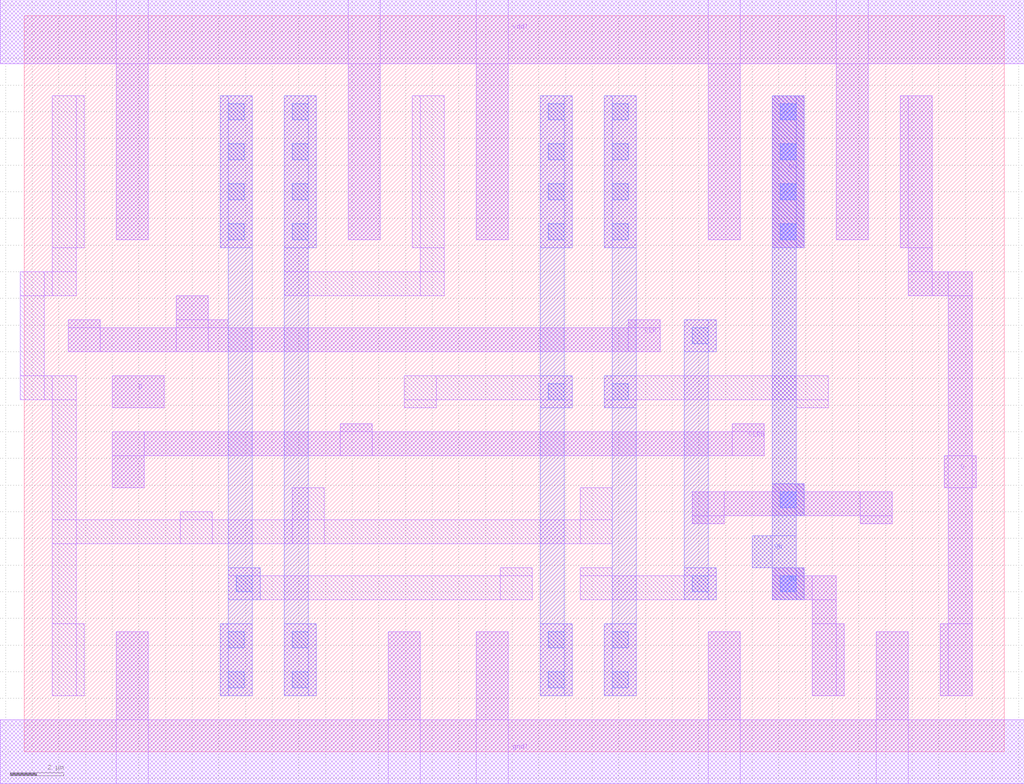
<source format=lef>
###########################
# 
# This is the TechHeader.lef file that contains the 
# technology information for the AMI C5N 0.5 micron 
# CMOS technology (SCN3M_SUBM when using MOSIS)
# 
# Erik Brunvand
###########################

VERSION 5.6 ;

BUSBITCHARS "[]" ;
DIVIDERCHAR "/" ;

PROPERTYDEFINITIONS
  MACRO icVersionStamp STRING ;
  MACRO drcSignature INTEGER ;
  MACRO viewNameList STRING ;
  LIBRARY minWidth REAL 1.5 ;
  LIBRARY PadType STRING "Perimeter" ;
  LIBRARY technology STRING "UofU_AMI_C5N" ;
  LIBRARY model STRING "ami06" ;
  LIBRARY gridResolution REAL 0.15 ;
  LIBRARY minLength REAL 0.6 ;
  LAYER sheetResistance INTEGER ;
END PROPERTYDEFINITIONS

MACRO AOI22X1
  CLASS CORE ;
  ORIGIN 0.3 0 ;
  FOREIGN AOI22X1 -0.3 0 ;
  SIZE 12.6 BY 27.6 ;
  SYMMETRY X Y ;
  SITE core ;
  PIN gnd!
    DIRECTION INOUT ;
    USE GROUND ;
    PORT
      LAYER metal1 ;
        RECT 7.8 -1.2 9 4.5 ;
        RECT -1.2 -1.2 13.2 1.2 ;
    END
  END gnd!
  PIN vdd!
    DIRECTION INOUT ;
    USE POWER ;
    PORT
      LAYER metal1 ;
        RECT 5.4 19.2 6.6 28.2 ;
        RECT -1.2 25.8 13.2 28.2 ;
    END
  END vdd!
  PIN Y
    DIRECTION OUTPUT ;
    USE SIGNAL ;
    PORT
      LAYER metal1 ;
        RECT 0.6 15.3 1.8 24.6 ;
        RECT 3 11.25 4.2 16.5 ;
        RECT 0.6 15.3 11.4 16.5 ;
        RECT 10.2 15.3 11.4 24.6 ;
    END
  END Y
  PIN C
    DIRECTION INPUT ;
    USE SIGNAL ;
    PORT
      LAYER metal1 ;
        RECT 0.6 12.9 1.8 14.1 ;
    END
  END C
  PIN A
    DIRECTION INPUT ;
    USE SIGNAL ;
    PORT
      LAYER metal1 ;
        RECT 5.4 12.9 6.6 14.1 ;
    END
  END A
  PIN B
    DIRECTION INPUT ;
    USE SIGNAL ;
    PORT
      LAYER metal1 ;
        RECT 7.8 9.9 9 11.1 ;
    END
  END B
  PIN D
    DIRECTION INPUT ;
    USE SIGNAL ;
    PORT
      LAYER metal1 ;
        RECT 10.2 12.9 11.4 14.1 ;
    END
  END D
  OBS
    LAYER metal1 ;
      RECT 0.6 12.9 1.8 14.1 ;
      RECT 3 2.1 4.2 8.25 ;
      RECT 5.4 12.9 6.6 14.1 ;
      RECT 5.4 2.1 6.6 4.8 ;
      RECT 3 17.4 9 18.3 ;
      RECT 3 17.4 4.2 24.6 ;
      RECT 7.8 17.4 9 24.6 ;
      RECT 7.8 9.9 9 11.1 ;
      RECT 3 11.25 4.2 16.5 ;
      RECT 0.6 15.3 11.4 16.5 ;
      RECT 0.6 15.3 1.8 24.6 ;
      RECT 10.2 15.3 11.4 24.6 ;
      RECT 10.2 12.9 11.4 14.1 ;
      RECT 10.2 2.1 11.4 9 ;
      RECT 5.7 7.95 11.4 9 ;
      RECT 0.6 2.1 1.8 10.05 ;
      RECT 5.7 7.95 6.6 10.05 ;
      RECT 0.6 9.15 6.6 10.05 ;
      RECT 5.4 19.2 6.6 28.2 ;
      RECT -1.2 25.8 13.2 28.2 ;
      RECT -1.2 -1.2 13.2 1.2 ;
      RECT 7.8 -1.2 9 4.5 ;
  END
  PROPERTY drcSignature 14016396 ;
END AOI22X1

MACRO BUFX4
  CLASS CORE ;
  ORIGIN 0.3 0 ;
  FOREIGN BUFX4 -0.3 0 ;
  SIZE 7.8 BY 27.6 ;
  SYMMETRY X Y ;
  SITE core ;
  PIN A
    DIRECTION INPUT ;
    USE SIGNAL ;
    PORT
      LAYER metal1 ;
        RECT 0.6 9.9 1.8 11.1 ;
        RECT 0.9 4.5 1.8 20.7 ;
        RECT 0.9 4.5 2.1 5.7 ;
        RECT 0.9 19.5 2.1 20.7 ;
    END
  END A
  PIN Y
    DIRECTION OUTPUT ;
    USE SIGNAL ;
    PORT
      LAYER metal1 ;
        RECT 5.4 2.1 6.6 24.6 ;
    END
  END Y
  PIN vdd!
    DIRECTION INOUT ;
    USE POWER ;
    PORT
      LAYER metal1 ;
        RECT 3 13.2 4.2 28.2 ;
        RECT -1.2 25.8 8.4 28.2 ;
    END
  END vdd!
  PIN gnd!
    DIRECTION INOUT ;
    USE GROUND ;
    PORT
      LAYER metal1 ;
        RECT 3 -1.2 4.2 7.5 ;
        RECT -1.2 -1.2 8.4 1.2 ;
    END
  END gnd!
  OBS
    LAYER metal1 ;
      RECT -1.2 21.9 1.8 23.1 ;
      RECT 0.6 21.9 1.8 24.6 ;
      RECT -1.2 2.1 1.8 3.3 ;
      RECT 0.9 4.5 2.1 5.7 ;
      RECT 0.6 9.9 1.8 11.1 ;
      RECT 0.9 4.5 1.8 20.7 ;
      RECT 0.9 19.5 2.1 20.7 ;
      RECT 5.4 2.1 6.6 24.6 ;
      RECT 3 13.2 4.2 28.2 ;
      RECT -1.2 25.8 8.4 28.2 ;
      RECT -1.2 -1.2 8.4 1.2 ;
      RECT 3 -1.2 4.2 7.5 ;
  END
  PROPERTY drcSignature 14016396 ;
END BUFX4

MACRO BUFX8
  CLASS CORE ;
  ORIGIN 5.4 0 ;
  FOREIGN BUFX8 -5.4 0 ;
  SIZE 10.5 BY 27.6 ;
  SYMMETRY X Y ;
  SITE core ;
  PIN A
    DIRECTION INPUT ;
    USE SIGNAL ;
    PORT
      LAYER metal1 ;
        RECT -6.6 9.9 -5.4 11.1 ;
    END
  END A
  PIN Y
    DIRECTION OUTPUT ;
    USE SIGNAL ;
    PORT
      LAYER metal1 ;
        RECT 0.6 2.1 1.8 24.6 ;
    END
  END Y
  PIN vdd!
    DIRECTION INOUT ;
    USE POWER ;
    PORT
      LAYER metal1 ;
        RECT -1.8 13.2 -0.6 28.5 ;
        RECT 3 13.2 4.2 28.5 ;
        RECT -6 25.5 6 28.5 ;
    END
  END vdd!
  PIN gnd!
    DIRECTION INOUT ;
    USE GROUND ;
    PORT
      LAYER metal1 ;
        RECT -1.8 -1.2 -0.6 7.5 ;
        RECT 3 -1.2 4.2 7.5 ;
        RECT -6 -1.2 6 1.2 ;
    END
  END gnd!
  OBS
    LAYER metal1 ;
      RECT -6.6 9.9 -5.4 11.1 ;
      RECT -4.2 9.9 -0.3 11.1 ;
      RECT -4.2 2.1 -3 24.6 ;
      RECT 0.6 2.1 1.8 24.6 ;
      RECT -1.8 13.2 -0.6 28.5 ;
      RECT 3 13.2 4.2 28.5 ;
      RECT -6 25.5 6 28.5 ;
      RECT -6 -1.2 6 1.2 ;
      RECT -1.8 -1.2 -0.6 7.5 ;
      RECT 3 -1.2 4.2 7.5 ;
  END
  PROPERTY drcSignature 14016396 ;
END BUFX8

MACRO Dff2
  CLASS CORE ;
  ORIGIN 0.3 0 ;
  FOREIGN Dff2 -0.3 0 ;
  SIZE 36.75 BY 27.6 ;
  SYMMETRY X Y ;
  SITE core ;
  PIN vdd!
    DIRECTION INOUT ;
    USE POWER ;
    PORT
      LAYER metal1 ;
        RECT 3.15 19.2 4.35 28.2 ;
        RECT 11.85 19.2 13.05 28.2 ;
        RECT 16.65 19.2 17.85 28.2 ;
        RECT 25.35 19.2 26.55 28.2 ;
        RECT 30.15 19.2 31.35 28.2 ;
        RECT -1.2 25.8 37.2 28.2 ;
    END
  END vdd!
  PIN gnd!
    DIRECTION INOUT ;
    USE GROUND ;
    PORT
      LAYER metal1 ;
        RECT 3.15 -1.2 4.35 4.5 ;
        RECT 13.35 -1.2 14.55 4.5 ;
        RECT 16.65 -1.2 17.85 4.5 ;
        RECT 25.35 -1.2 26.55 4.5 ;
        RECT 31.65 -1.2 32.85 4.5 ;
        RECT -1.2 -1.2 37.2 1.2 ;
    END
  END gnd!
  PIN Q
    DIRECTION OUTPUT ;
    USE SIGNAL ;
    PORT
      LAYER metal1 ;
        RECT 32.85 17.1 33.75 24.6 ;
        RECT 32.55 18.9 33.75 24.6 ;
        RECT 34.05 2.1 35.25 4.8 ;
        RECT 34.35 2.1 35.25 18 ;
        RECT 32.85 17.1 35.25 18 ;
        RECT 34.2 9.9 35.4 11.1 ;
    END
  END Q
  PIN Qb
    DIRECTION OUTPUT ;
    USE SIGNAL ;
    PORT
      LAYER via ;
        RECT 28.05 23.7 28.65 24.3 ;
        RECT 28.05 22.2 28.65 22.8 ;
        RECT 28.05 20.7 28.65 21.3 ;
        RECT 28.05 19.2 28.65 19.8 ;
        RECT 28.05 9.15 28.65 9.75 ;
        RECT 28.05 6 28.65 6.6 ;
      LAYER metal1 ;
        RECT 24.75 8.85 32.25 9.75 ;
        RECT 31.05 8.55 32.25 9.75 ;
        RECT 27.75 8.85 28.95 10.05 ;
        RECT 24.75 8.55 25.95 9.75 ;
        RECT 29.25 2.1 30.45 4.8 ;
        RECT 27.75 5.7 30.15 6.6 ;
        RECT 29.25 2.1 30.15 6.6 ;
        RECT 27.75 5.7 28.95 6.9 ;
        RECT 27.75 18.9 28.95 24.6 ;
      LAYER metal2 ;
        RECT 27.75 18.9 28.95 24.6 ;
        RECT 27.75 8.85 28.95 10.05 ;
        RECT 27.75 5.7 28.95 6.9 ;
        RECT 27.75 5.7 28.65 24.6 ;
        RECT 27 6.9 28.65 8.1 ;
    END
  END Qb
  PIN D
    DIRECTION INPUT ;
    USE SIGNAL ;
    PORT
      LAYER metal1 ;
        RECT 3 12.9 4.95 14.1 ;
    END
  END D
  PIN CLK
    DIRECTION INPUT ;
    USE CLOCK ;
    PORT
      LAYER metal1 ;
        RECT 1.35 15 2.55 16.2 ;
        RECT 5.4 15 6.6 17.1 ;
        RECT 5.4 15 7.35 16.2 ;
        RECT 1.35 15 23.55 15.9 ;
        RECT 22.35 15 23.55 16.2 ;
    END
  END CLK
  PIN CLRb
    DIRECTION INPUT ;
    USE SIGNAL ;
    PORT
      LAYER metal1 ;
        RECT 3 9.9 4.2 12 ;
        RECT 11.55 11.1 12.75 12.3 ;
        RECT 3 11.1 27.45 12 ;
        RECT 26.25 11.1 27.45 12.3 ;
    END
  END CLRb
  OBS
    LAYER metal1 ;
      RECT 3 12.9 4.95 14.1 ;
      RECT 7.05 18.9 8.25 24.6 ;
      RECT 7.05 2.1 8.25 4.8 ;
      RECT 9.45 2.1 10.65 4.8 ;
      RECT 9.45 17.1 15.45 18 ;
      RECT 9.45 17.1 10.35 24.6 ;
      RECT 9.45 18.9 10.65 24.6 ;
      RECT 14.55 17.1 15.45 24.6 ;
      RECT 14.25 18.9 15.45 24.6 ;
      RECT 7.35 5.7 18.75 6.6 ;
      RECT 7.35 5.7 8.55 6.9 ;
      RECT 17.55 5.7 18.75 6.9 ;
      RECT 19.05 18.9 20.25 24.6 ;
      RECT 13.95 12.9 15.15 14.1 ;
      RECT 19.05 12.9 20.25 14.1 ;
      RECT 13.95 13.2 20.25 14.1 ;
      RECT 19.05 2.1 20.25 4.8 ;
      RECT 0.75 2.1 1.95 4.8 ;
      RECT 0.75 7.8 21.75 8.7 ;
      RECT 5.55 7.8 6.75 9 ;
      RECT 9.75 7.8 10.95 9.9 ;
      RECT 20.55 7.8 21.75 9.9 ;
      RECT 0.75 2.1 1.65 14.1 ;
      RECT -0.45 13.2 1.65 14.1 ;
      RECT -0.45 13.2 0.45 18 ;
      RECT -0.45 17.1 1.65 18 ;
      RECT 0.75 17.1 1.65 24.6 ;
      RECT 0.75 18.9 1.95 24.6 ;
      RECT 21.45 18.9 22.65 24.6 ;
      RECT 21.45 2.1 22.65 4.8 ;
      RECT 1.35 15 23.55 15.9 ;
      RECT 1.35 15 2.55 16.2 ;
      RECT 5.4 15 7.35 16.2 ;
      RECT 22.35 15 23.55 16.2 ;
      RECT 5.4 15 6.6 17.1 ;
      RECT 24.45 15 25.65 16.2 ;
      RECT 20.55 5.7 25.65 6.6 ;
      RECT 20.55 5.7 21.75 6.9 ;
      RECT 24.45 5.7 25.65 6.9 ;
      RECT 3 9.9 4.2 12 ;
      RECT 3 11.1 27.45 12 ;
      RECT 11.55 11.1 12.75 12.3 ;
      RECT 26.25 11.1 27.45 12.3 ;
      RECT 27.75 18.9 28.95 24.6 ;
      RECT 21.45 12.9 22.65 14.1 ;
      RECT 28.65 12.9 29.85 14.1 ;
      RECT 21.45 13.2 29.85 14.1 ;
      RECT 29.25 2.1 30.45 4.8 ;
      RECT 29.25 2.1 30.15 6.6 ;
      RECT 27.75 5.7 30.15 6.6 ;
      RECT 27.75 5.7 28.95 6.9 ;
      RECT 24.75 8.55 25.95 9.75 ;
      RECT 31.05 8.55 32.25 9.75 ;
      RECT 24.75 8.85 32.25 9.75 ;
      RECT 27.75 8.85 28.95 10.05 ;
      RECT 34.05 2.1 35.25 4.8 ;
      RECT 34.2 9.9 35.4 11.1 ;
      RECT 34.35 2.1 35.25 18 ;
      RECT 32.85 17.1 35.25 18 ;
      RECT 32.85 17.1 33.75 24.6 ;
      RECT 32.55 18.9 33.75 24.6 ;
      RECT 3.15 19.2 4.35 28.2 ;
      RECT 11.85 19.2 13.05 28.2 ;
      RECT 16.65 19.2 17.85 28.2 ;
      RECT 25.35 19.2 26.55 28.2 ;
      RECT 30.15 19.2 31.35 28.2 ;
      RECT -1.2 25.8 37.2 28.2 ;
      RECT -1.2 -1.2 37.2 1.2 ;
      RECT 3.15 -1.2 4.35 4.5 ;
      RECT 13.35 -1.2 14.55 4.5 ;
      RECT 16.65 -1.2 17.85 4.5 ;
      RECT 25.35 -1.2 26.55 4.5 ;
      RECT 31.65 -1.2 32.85 4.5 ;
    LAYER metal2 ;
      RECT 7.05 2.1 8.25 4.8 ;
      RECT 7.35 5.7 8.55 6.9 ;
      RECT 7.35 2.1 8.25 24.6 ;
      RECT 7.05 18.9 8.25 24.6 ;
      RECT 9.45 2.1 10.65 4.8 ;
      RECT 9.45 2.1 10.35 24.6 ;
      RECT 9.45 18.9 10.65 24.6 ;
      RECT 19.05 2.1 20.25 4.8 ;
      RECT 19.05 12.9 20.25 14.1 ;
      RECT 19.05 2.1 19.95 24.6 ;
      RECT 19.05 18.9 20.25 24.6 ;
      RECT 21.45 2.1 22.65 4.8 ;
      RECT 21.45 12.9 22.65 14.1 ;
      RECT 21.75 2.1 22.65 24.6 ;
      RECT 21.45 18.9 22.65 24.6 ;
      RECT 24.45 5.7 25.65 6.9 ;
      RECT 24.45 5.7 25.35 16.2 ;
      RECT 24.45 15 25.65 16.2 ;
      RECT 27.75 5.7 28.95 6.9 ;
      RECT 27 6.9 28.65 8.1 ;
      RECT 27.75 8.85 28.95 10.05 ;
      RECT 27.75 5.7 28.65 24.6 ;
      RECT 27.75 18.9 28.95 24.6 ;
    LAYER via ;
      RECT 7.35 23.7 7.95 24.3 ;
      RECT 7.35 22.2 7.95 22.8 ;
      RECT 7.35 20.7 7.95 21.3 ;
      RECT 7.35 19.2 7.95 19.8 ;
      RECT 7.35 3.9 7.95 4.5 ;
      RECT 7.35 2.4 7.95 3 ;
      RECT 7.65 6 8.25 6.6 ;
      RECT 9.75 23.7 10.35 24.3 ;
      RECT 9.75 22.2 10.35 22.8 ;
      RECT 9.75 20.7 10.35 21.3 ;
      RECT 9.75 19.2 10.35 19.8 ;
      RECT 9.75 3.9 10.35 4.5 ;
      RECT 9.75 2.4 10.35 3 ;
      RECT 19.35 23.7 19.95 24.3 ;
      RECT 19.35 22.2 19.95 22.8 ;
      RECT 19.35 20.7 19.95 21.3 ;
      RECT 19.35 19.2 19.95 19.8 ;
      RECT 19.35 13.2 19.95 13.8 ;
      RECT 19.35 3.9 19.95 4.5 ;
      RECT 19.35 2.4 19.95 3 ;
      RECT 21.75 23.7 22.35 24.3 ;
      RECT 21.75 22.2 22.35 22.8 ;
      RECT 21.75 20.7 22.35 21.3 ;
      RECT 21.75 19.2 22.35 19.8 ;
      RECT 21.75 13.2 22.35 13.8 ;
      RECT 21.75 3.9 22.35 4.5 ;
      RECT 21.75 2.4 22.35 3 ;
      RECT 24.75 15.3 25.35 15.9 ;
      RECT 24.75 6 25.35 6.6 ;
      RECT 28.05 23.7 28.65 24.3 ;
      RECT 28.05 22.2 28.65 22.8 ;
      RECT 28.05 20.7 28.65 21.3 ;
      RECT 28.05 19.2 28.65 19.8 ;
      RECT 28.05 9.15 28.65 9.75 ;
      RECT 28.05 6 28.65 6.6 ;
  END
  PROPERTY drcSignature 14016396 ;
END Dff2

MACRO FILL1
  CLASS CORE ;
  ORIGIN 0.3 0 ;
  FOREIGN FILL1 -0.3 0 ;
  SIZE 3 BY 27.6 ;
  SYMMETRY X Y ;
  SITE core ;
  PIN vdd!
    DIRECTION INOUT ;
    USE POWER ;
    PORT
      LAYER metal1 ;
        RECT -1.2 25.8 3.6 28.2 ;
    END
  END vdd!
  PIN gnd!
    DIRECTION INOUT ;
    USE GROUND ;
    PORT
      LAYER metal1 ;
        RECT -1.2 -1.2 3.6 1.2 ;
    END
  END gnd!
  OBS
    LAYER metal1 ;
      RECT -1.2 25.8 3.6 28.2 ;
      RECT -1.2 -1.2 3.6 1.2 ;
  END
  PROPERTY drcSignature 14016396 ;
END FILL1

MACRO FILL4
  CLASS CORE ;
  ORIGIN 0.3 0 ;
  FOREIGN FILL4 -0.3 0 ;
  SIZE 10.2 BY 27.6 ;
  SYMMETRY X Y ;
  SITE core ;
  PIN gnd!
    DIRECTION INOUT ;
    USE GROUND ;
    PORT
      LAYER metal1 ;
        RECT -1.2 -1.2 10.8 1.2 ;
    END
  END gnd!
  PIN vdd!
    DIRECTION INOUT ;
    USE POWER ;
    PORT
      LAYER metal1 ;
        RECT -1.2 25.8 10.8 28.2 ;
    END
  END vdd!
  OBS
    LAYER metal1 ;
      RECT -1.2 25.8 10.8 28.2 ;
      RECT -1.2 -1.2 10.8 1.2 ;
  END
  PROPERTY drcSignature 14016396 ;
END FILL4

MACRO FILL8
  CLASS CORE ;
  ORIGIN 0.3 0 ;
  FOREIGN FILL8 -0.3 0 ;
  SIZE 19.8 BY 27.6 ;
  SYMMETRY X Y ;
  SITE core ;
  PIN gnd!
    DIRECTION INOUT ;
    USE GROUND ;
    PORT
      LAYER metal1 ;
        RECT -1.2 -1.2 20.4 1.2 ;
    END
  END gnd!
  PIN vdd!
    DIRECTION INOUT ;
    USE POWER ;
    PORT
      LAYER metal1 ;
        RECT -1.2 25.8 20.4 28.2 ;
    END
  END vdd!
  OBS
    LAYER metal1 ;
      RECT -1.2 25.8 20.4 28.2 ;
      RECT -1.2 -1.2 20.4 1.2 ;
  END
  PROPERTY drcSignature 14016396 ;
END FILL8

MACRO INV1
  CLASS CORE ;
  ORIGIN 2.55 0 ;
  FOREIGN INV1 -2.55 0 ;
  SIZE 5.4 BY 27.6 ;
  SYMMETRY X Y ;
  SITE core ;
  PIN gnd!
    DIRECTION OUTPUT ;
    USE GROUND ;
    PORT
      LAYER metal1 ;
        RECT -1.65 -1.2 -0.45 3.75 ;
        RECT -3.45 -1.2 3.75 1.2 ;
    END
  END gnd!
  PIN vdd!
    DIRECTION OUTPUT ;
    USE POWER ;
    PORT
      LAYER metal1 ;
        RECT -1.65 20.4 -0.45 28.5 ;
        RECT -3.45 25.5 3.75 28.5 ;
    END
  END vdd!
  PIN Y
    DIRECTION OUTPUT ;
    USE SIGNAL ;
    PORT
      LAYER metal1 ;
        RECT 0.75 2.85 1.95 22.8 ;
    END
  END Y
  PIN A
    DIRECTION INPUT ;
    USE SIGNAL ;
    PORT
      LAYER metal1 ;
        RECT -1.35 8.1 -0.15 9.3 ;
    END
  END A
  OBS
    LAYER metal1 ;
      RECT -1.35 8.1 -0.15 9.3 ;
      RECT 0.75 2.85 1.95 22.8 ;
      RECT -1.65 20.4 -0.45 28.5 ;
      RECT -3.45 25.5 3.75 28.5 ;
      RECT -3.45 -1.2 3.75 1.2 ;
      RECT -1.65 -1.2 -0.45 3.75 ;
  END
  PROPERTY drcSignature 14016396 ;
END INV1

MACRO INVX2
  CLASS CORE ;
  ORIGIN 0.3 0 ;
  FOREIGN INVX2 -0.3 0 ;
  SIZE 5.4 BY 27.6 ;
  SYMMETRY X Y ;
  SITE core ;
  PIN A
    DIRECTION INPUT ;
    USE SIGNAL ;
    PORT
      LAYER metal1 ;
        RECT 0.6 9.9 1.8 11.1 ;
    END
  END A
  PIN Y
    DIRECTION OUTPUT ;
    USE SIGNAL ;
    PORT
      LAYER metal1 ;
        RECT 3 2.1 4.2 24.6 ;
    END
  END Y
  PIN vdd!
    DIRECTION INOUT ;
    USE POWER ;
    PORT
      LAYER metal1 ;
        RECT 0.6 19.2 1.8 28.2 ;
        RECT -1.2 25.8 6 28.2 ;
    END
  END vdd!
  PIN gnd!
    DIRECTION INOUT ;
    USE GROUND ;
    PORT
      LAYER metal1 ;
        RECT 0.6 -1.2 1.8 4.5 ;
        RECT -1.2 -1.2 6 1.2 ;
    END
  END gnd!
  OBS
    LAYER metal1 ;
      RECT 0.6 9.9 1.8 11.1 ;
      RECT 3 2.1 4.2 24.6 ;
      RECT 0.6 19.2 1.8 28.2 ;
      RECT -1.2 25.8 6 28.2 ;
      RECT -1.2 -1.2 6 1.2 ;
      RECT 0.6 -1.2 1.8 4.5 ;
  END
  PROPERTY drcSignature 14016396 ;
END INVX2

MACRO INVX4
  CLASS CORE ;
  ORIGIN 0.3 0 ;
  FOREIGN INVX4 -0.3 0 ;
  SIZE 5.4 BY 27.6 ;
  SYMMETRY X Y ;
  SITE core ;
  PIN A
    DIRECTION INPUT ;
    USE SIGNAL ;
    PORT
      LAYER metal1 ;
        RECT 0.6 9.9 1.8 11.1 ;
    END
  END A
  PIN Y
    DIRECTION OUTPUT ;
    USE SIGNAL ;
    PORT
      LAYER metal1 ;
        RECT 3 2.1 4.2 24.6 ;
    END
  END Y
  PIN vdd!
    DIRECTION INOUT ;
    USE POWER ;
    PORT
      LAYER metal1 ;
        RECT 0.6 13.2 1.8 28.2 ;
        RECT -1.2 25.8 6 28.2 ;
    END
  END vdd!
  PIN gnd!
    DIRECTION INOUT ;
    USE GROUND ;
    PORT
      LAYER metal1 ;
        RECT 0.6 -1.2 1.8 7.5 ;
        RECT -1.2 -1.2 6 1.2 ;
    END
  END gnd!
  OBS
    LAYER metal1 ;
      RECT 0.6 9.9 1.8 11.1 ;
      RECT 3 2.1 4.2 24.6 ;
      RECT 0.6 13.2 1.8 28.2 ;
      RECT -1.2 25.8 6 28.2 ;
      RECT -1.2 -1.2 6 1.2 ;
      RECT 0.6 -1.2 1.8 7.5 ;
  END
  PROPERTY drcSignature 14016396 ;
END INVX4

MACRO INVX8
  CLASS CORE ;
  ORIGIN 5.1 0 ;
  FOREIGN INVX8 -5.1 0 ;
  SIZE 10.2 BY 27.6 ;
  SYMMETRY X Y ;
  SITE core ;
  PIN gnd!
    DIRECTION INOUT ;
    USE GROUND ;
    PORT
      LAYER metal1 ;
        RECT -3 -1.2 -1.8 7.5 ;
        RECT 1.8 -1.2 3 7.5 ;
        RECT -6 -1.2 6 1.2 ;
    END
  END gnd!
  PIN vdd!
    DIRECTION INOUT ;
    USE POWER ;
    PORT
      LAYER metal1 ;
        RECT -3 13.2 -1.8 28.5 ;
        RECT 1.8 13.2 3 28.5 ;
        RECT -6 25.5 6 28.5 ;
    END
  END vdd!
  PIN A
    DIRECTION INPUT ;
    USE SIGNAL ;
    PORT
      LAYER metal1 ;
        RECT -2.7 9.9 -1.5 11.1 ;
    END
  END A
  PIN Y
    DIRECTION OUTPUT ;
    USE SIGNAL ;
    PORT
      LAYER metal1 ;
        RECT -0.6 2.1 0.6 24.6 ;
    END
  END Y
  OBS
    LAYER metal1 ;
      RECT -2.7 9.9 -1.5 11.1 ;
      RECT -0.6 2.1 0.6 24.6 ;
      RECT -3 13.2 -1.8 28.5 ;
      RECT 1.8 13.2 3 28.5 ;
      RECT -6 25.5 6 28.5 ;
      RECT -6 -1.2 6 1.2 ;
      RECT -3 -1.2 -1.8 7.5 ;
      RECT 1.8 -1.2 3 7.5 ;
  END
  PROPERTY drcSignature 14016396 ;
END INVX8

MACRO MUX2X1
  CLASS CORE ;
  ORIGIN 0.3 0 ;
  FOREIGN MUX2X1 -0.3 0 ;
  SIZE 12.6 BY 27.6 ;
  SYMMETRY X Y ;
  SITE core ;
  PIN A
    DIRECTION INPUT ;
    USE SIGNAL ;
    PORT
      LAYER via ;
        RECT 10.5 22.2 11.1 22.8 ;
        RECT 10.5 9.3 11.1 9.9 ;
      LAYER metal1 ;
        RECT 5.4 9 11.4 10.2 ;
        RECT 5.4 2.55 6.6 10.2 ;
        RECT 0.3 6.9 6.6 8.1 ;
        RECT 10.2 21.9 11.4 24.6 ;
      LAYER metal2 ;
        RECT 10.2 9 11.4 23.1 ;
    END
  END A
  PIN Y
    DIRECTION OUTPUT ;
    USE SIGNAL ;
    PORT
      LAYER via ;
        RECT 8.1 22.5 8.7 23.1 ;
        RECT 8.1 19.2 8.7 19.8 ;
        RECT 8.1 7.2 8.7 7.8 ;
      LAYER metal1 ;
        RECT 7.8 2.4 9 8.1 ;
        RECT 7.8 18.9 9 20.1 ;
        RECT 7.8 22.2 9 24.9 ;
      LAYER metal2 ;
        RECT 7.8 6.9 9 23.4 ;
    END
  END Y
  PIN B
    DIRECTION INPUT ;
    USE SIGNAL ;
    PORT
      LAYER via ;
        RECT 5.7 19.2 6.3 19.8 ;
        RECT 10.5 5.1 11.1 5.7 ;
      LAYER metal1 ;
        RECT 10.2 2.7 11.4 6 ;
        RECT 5.4 18.9 6.6 24.6 ;
        RECT 0.45 18.9 6.6 20.1 ;
      LAYER metal2 ;
        RECT 5.4 4.8 11.4 6 ;
        RECT 5.4 4.8 6.6 20.1 ;
    END
  END B
  PIN gnd!
    DIRECTION INOUT ;
    USE GROUND ;
    PORT
      LAYER metal1 ;
        RECT 0.6 -1.2 1.8 3.6 ;
        RECT -1.2 -1.2 13.2 1.2 ;
    END
  END gnd!
  PIN vdd!
    DIRECTION INOUT ;
    USE POWER ;
    PORT
      LAYER metal1 ;
        RECT 0.6 22.2 1.8 27.6 ;
        RECT -0.6 26.4 12.6 27.6 ;
    END
  END vdd!
  PIN S
    DIRECTION INPUT ;
    USE SIGNAL ;
    PORT
      LAYER metal1 ;
        RECT 0.9 15.9 7.8 17.1 ;
    END
  END S
  OBS
    LAYER metal1 ;
      RECT 3 21.9 4.2 24.6 ;
      RECT 3 2.7 4.2 3.9 ;
      RECT 0.45 18.9 6.6 20.1 ;
      RECT 5.4 18.9 6.6 24.6 ;
      RECT 0.9 15.9 7.8 17.1 ;
      RECT 7.8 22.2 9 24.9 ;
      RECT 7.8 18.9 9 20.1 ;
      RECT 7.8 2.4 9 8.1 ;
      RECT 3 13.8 10.2 15 ;
      RECT 10.2 21.9 11.4 24.6 ;
      RECT 0.3 6.9 6.6 8.1 ;
      RECT 5.4 2.55 6.6 10.2 ;
      RECT 5.4 9 11.4 10.2 ;
      RECT 10.2 2.7 11.4 6 ;
      RECT 0.6 22.2 1.8 27.6 ;
      RECT -0.6 26.4 12.6 27.6 ;
      RECT -1.2 -1.2 13.2 1.2 ;
      RECT 0.6 -1.2 1.8 3.6 ;
    LAYER metal2 ;
      RECT 3 2.7 4.2 23.1 ;
      RECT 7.8 6.9 9 23.4 ;
      RECT 10.2 9 11.4 23.1 ;
      RECT 5.4 4.8 11.4 6 ;
      RECT 5.4 4.8 6.6 20.1 ;
    LAYER via ;
      RECT 3.3 22.2 3.9 22.8 ;
      RECT 3.3 14.1 3.9 14.7 ;
      RECT 3.3 3 3.9 3.6 ;
      RECT 5.7 19.2 6.3 19.8 ;
      RECT 8.1 22.5 8.7 23.1 ;
      RECT 8.1 19.2 8.7 19.8 ;
      RECT 8.1 7.2 8.7 7.8 ;
      RECT 10.5 22.2 11.1 22.8 ;
      RECT 10.5 9.3 11.1 9.9 ;
      RECT 10.5 5.1 11.1 5.7 ;
  END
  PROPERTY drcSignature 14016396 ;
END MUX2X1

MACRO MUX2X1_alt
  CLASS CORE ;
  ORIGIN 0.3 0 ;
  FOREIGN MUX2X1_alt -0.3 0 ;
  SIZE 12.6 BY 27.6 ;
  SYMMETRY X Y ;
  SITE core ;
  PIN A
    DIRECTION INPUT ;
    USE SIGNAL ;
    PORT
      LAYER metal1 ;
        RECT 10.2 2.7 11.4 24.6 ;
    END
  END A
  PIN Y
    DIRECTION OUTPUT ;
    USE SIGNAL ;
    PORT
      LAYER metal1 ;
        RECT 7.8 2.7 9 24.6 ;
    END
  END Y
  PIN B
    DIRECTION INPUT ;
    USE SIGNAL ;
    PORT
      LAYER metal1 ;
        RECT 5.4 2.7 6.6 24.6 ;
    END
  END B
  PIN gnd!
    DIRECTION INOUT ;
    USE GROUND ;
    PORT
      LAYER metal1 ;
        RECT 0.6 -1.2 1.8 3.6 ;
        RECT -1.2 -1.2 13.2 1.2 ;
    END
  END gnd!
  PIN vdd!
    DIRECTION INOUT ;
    USE POWER ;
    PORT
      LAYER metal1 ;
        RECT 0.6 22.2 1.8 28.2 ;
        RECT -1.2 25.8 13.2 28.2 ;
    END
  END vdd!
  PIN S
    DIRECTION INPUT ;
    USE SIGNAL ;
    PORT
      LAYER metal1 ;
        RECT 0.6 9.9 1.8 11.1 ;
    END
  END S
  OBS
    LAYER metal1 ;
      RECT 0.6 9.9 1.8 11.1 ;
      RECT 3 2.7 4.2 24.6 ;
      RECT 5.4 2.7 6.6 24.6 ;
      RECT 7.8 2.7 9 24.6 ;
      RECT 10.2 2.7 11.4 24.6 ;
      RECT 0.6 22.2 1.8 28.2 ;
      RECT -1.2 25.8 13.2 28.2 ;
      RECT -1.2 -1.2 13.2 1.2 ;
      RECT 0.6 -1.2 1.8 3.6 ;
  END
  PROPERTY drcSignature 14016396 ;
END MUX2X1_alt

MACRO NAND2X1
  CLASS CORE ;
  ORIGIN 0.3 0 ;
  FOREIGN NAND2X1 -0.3 0 ;
  SIZE 7.8 BY 27.6 ;
  SYMMETRY X Y ;
  SITE core ;
  PIN vdd!
    DIRECTION INOUT ;
    USE POWER ;
    PORT
      LAYER metal1 ;
        RECT 0.6 22.2 1.8 28.2 ;
        RECT 5.4 22.2 6.6 28.2 ;
        RECT -1.2 25.8 8.4 28.2 ;
    END
  END vdd!
  PIN gnd!
    DIRECTION INOUT ;
    USE GROUND ;
    PORT
      LAYER metal1 ;
        RECT 0.6 -1.2 1.8 4.5 ;
        RECT -1.2 -1.2 8.4 1.2 ;
    END
  END gnd!
  PIN A
    DIRECTION INPUT ;
    USE SIGNAL ;
    PORT
      LAYER metal1 ;
        RECT 0.6 15.9 1.8 17.1 ;
    END
  END A
  PIN B
    DIRECTION INPUT ;
    USE SIGNAL ;
    PORT
      LAYER metal1 ;
        RECT 5.4 9.9 6.6 11.1 ;
    END
  END B
  PIN Y
    DIRECTION OUTPUT ;
    USE SIGNAL ;
    PORT
      LAYER metal1 ;
        RECT 3 5.4 4.2 24.6 ;
        RECT 4.5 2.1 5.7 6.6 ;
        RECT 3 5.4 5.7 6.6 ;
    END
  END Y
  OBS
    LAYER metal1 ;
      RECT 0.6 15.9 1.8 17.1 ;
      RECT 4.5 2.1 5.7 6.6 ;
      RECT 3 5.4 5.7 6.6 ;
      RECT 3 5.4 4.2 24.6 ;
      RECT 5.4 9.9 6.6 11.1 ;
      RECT 0.6 22.2 1.8 28.2 ;
      RECT 5.4 22.2 6.6 28.2 ;
      RECT -1.2 25.8 8.4 28.2 ;
      RECT -1.2 -1.2 8.4 1.2 ;
      RECT 0.6 -1.2 1.8 4.5 ;
  END
  PROPERTY drcSignature 14016396 ;
END NAND2X1

MACRO NAND2X2
  CLASS CORE ;
  ORIGIN 0.3 0 ;
  FOREIGN NAND2X2 -0.3 0 ;
  SIZE 7.95 BY 27.6 ;
  SYMMETRY X Y ;
  SITE core ;
  PIN vdd!
    DIRECTION INOUT ;
    USE POWER ;
    PORT
      LAYER metal1 ;
        RECT 0.6 19.2 1.8 28.2 ;
        RECT 5.4 19.2 6.6 28.2 ;
        RECT -1.2 25.8 8.4 28.2 ;
    END
  END vdd!
  PIN gnd!
    DIRECTION INOUT ;
    USE GROUND ;
    PORT
      LAYER metal1 ;
        RECT 0.6 -1.2 1.8 7.5 ;
        RECT -1.2 -1.2 8.4 1.2 ;
    END
  END gnd!
  PIN A
    DIRECTION INPUT ;
    USE SIGNAL ;
    PORT
      LAYER metal1 ;
        RECT 0.6 15.9 1.8 17.1 ;
    END
  END A
  PIN B
    DIRECTION INPUT ;
    USE SIGNAL ;
    PORT
      LAYER metal1 ;
        RECT 5.1 15.9 6.3 17.1 ;
    END
  END B
  PIN Y
    DIRECTION OUTPUT ;
    USE SIGNAL ;
    PORT
      LAYER metal1 ;
        RECT 3 12.9 4.2 24.6 ;
        RECT 4.5 2.1 5.7 14.1 ;
        RECT 3 12.9 5.7 14.1 ;
    END
  END Y
  OBS
    LAYER metal1 ;
      RECT 0.6 15.9 1.8 17.1 ;
      RECT 4.5 2.1 5.7 14.1 ;
      RECT 3 12.9 5.7 14.1 ;
      RECT 3 12.9 4.2 24.6 ;
      RECT 5.1 15.9 6.3 17.1 ;
      RECT 0.6 19.2 1.8 28.2 ;
      RECT 5.4 19.2 6.6 28.2 ;
      RECT -1.2 25.8 8.4 28.2 ;
      RECT -1.2 -1.2 8.4 1.2 ;
      RECT 0.6 -1.2 1.8 7.5 ;
  END
  PROPERTY drcSignature 14016396 ;
END NAND2X2

MACRO NOR2X1
  CLASS CORE ;
  ORIGIN 0.3 0 ;
  FOREIGN NOR2X1 -0.3 0 ;
  SIZE 7.8 BY 27.6 ;
  SYMMETRY X Y ;
  SITE core ;
  PIN A
    DIRECTION INPUT ;
    USE SIGNAL ;
    PORT
      LAYER metal1 ;
        RECT 0.6 15.9 1.8 17.1 ;
    END
  END A
  PIN B
    DIRECTION INPUT ;
    USE SIGNAL ;
    PORT
      LAYER metal1 ;
        RECT 5.4 9.9 6.6 11.1 ;
    END
  END B
  PIN Y
    DIRECTION OUTPUT ;
    USE SIGNAL ;
    PORT
      LAYER metal1 ;
        RECT 3 2.1 4.2 18.3 ;
        RECT 3 17.1 5.7 18.3 ;
        RECT 4.5 17.1 5.7 24.6 ;
    END
  END Y
  PIN vdd!
    DIRECTION INOUT ;
    USE POWER ;
    PORT
      LAYER metal1 ;
        RECT 0.6 19.05 1.8 28.2 ;
        RECT -1.2 25.8 8.4 28.2 ;
    END
  END vdd!
  PIN gnd!
    DIRECTION INOUT ;
    USE GROUND ;
    PORT
      LAYER metal1 ;
        RECT 0.6 -1.2 1.8 3 ;
        RECT 5.4 -1.2 6.6 3 ;
        RECT -1.2 -1.2 8.4 1.2 ;
    END
  END gnd!
  OBS
    LAYER metal1 ;
      RECT 0.6 15.9 1.8 17.1 ;
      RECT 3 2.1 4.2 18.3 ;
      RECT 3 17.1 5.7 18.3 ;
      RECT 4.5 17.1 5.7 24.6 ;
      RECT 5.4 9.9 6.6 11.1 ;
      RECT 0.6 19.05 1.8 28.2 ;
      RECT -1.2 25.8 8.4 28.2 ;
      RECT -1.2 -1.2 8.4 1.2 ;
      RECT 0.6 -1.2 1.8 3 ;
      RECT 5.4 -1.2 6.6 3 ;
  END
  PROPERTY drcSignature 14016396 ;
END NOR2X1

MACRO OAI22X1
  CLASS CORE ;
  ORIGIN 0.3 0 ;
  FOREIGN OAI22X1 -0.3 0 ;
  SIZE 12.6 BY 27.6 ;
  SYMMETRY X Y ;
  SITE core ;
  PIN vdd!
    DIRECTION INOUT ;
    USE POWER ;
    PORT
      LAYER metal1 ;
        RECT 0.6 18.9 1.8 28.2 ;
        RECT 10.2 18.9 11.4 28.2 ;
        RECT -1.5 25.8 12.9 28.2 ;
    END
  END vdd!
  PIN gnd!
    DIRECTION INOUT ;
    USE GROUND ;
    PORT
      LAYER metal1 ;
        RECT 7.8 -1.2 9 4.5 ;
        RECT -1.2 -1.2 13.2 1.2 ;
    END
  END gnd!
  PIN A
    DIRECTION INPUT ;
    USE SIGNAL ;
    PORT
      LAYER metal1 ;
        RECT 0.75 12.9 1.95 14.1 ;
    END
  END A
  PIN B
    DIRECTION INPUT ;
    USE SIGNAL ;
    PORT
      LAYER metal1 ;
        RECT 3.3 15 4.5 17.1 ;
        RECT 3.15 15.9 4.5 17.1 ;
    END
  END B
  PIN C
    DIRECTION INPUT ;
    USE SIGNAL ;
    PORT
      LAYER metal1 ;
        RECT 7.95 9.9 9.15 11.1 ;
    END
  END C
  PIN D
    DIRECTION INPUT ;
    USE SIGNAL ;
    PORT
      LAYER metal1 ;
        RECT 10.2 15.9 11.4 17.1 ;
    END
  END D
  PIN Y
    DIRECTION OUTPUT ;
    USE SIGNAL ;
    PORT
      LAYER metal1 ;
        RECT 3 11.1 4.2 13.35 ;
        RECT 3 12.3 6.6 13.35 ;
        RECT 5.4 12.3 6.6 24.6 ;
        RECT 5.4 12.9 6.75 14.1 ;
    END
  END Y
  OBS
    LAYER metal1 ;
      RECT 0.75 12.9 1.95 14.1 ;
      RECT 3 2.1 4.2 8.4 ;
      RECT 3.3 15 4.5 17.1 ;
      RECT 3.15 15.9 4.5 17.1 ;
      RECT 3 11.1 4.2 13.35 ;
      RECT 3 12.3 6.6 13.35 ;
      RECT 5.4 12.9 6.75 14.1 ;
      RECT 5.4 12.3 6.6 24.6 ;
      RECT 7.95 9.9 9.15 11.1 ;
      RECT 10.2 15.9 11.4 17.1 ;
      RECT 5.4 2.1 6.6 4.8 ;
      RECT 10.2 2.1 11.4 6.6 ;
      RECT 5.55 5.7 11.4 6.6 ;
      RECT 0.6 2.1 1.8 10.2 ;
      RECT 5.55 2.1 6.45 10.2 ;
      RECT 0.6 9.3 6.45 10.2 ;
      RECT 0.6 18.9 1.8 28.2 ;
      RECT 10.2 18.9 11.4 28.2 ;
      RECT -1.5 25.8 12.9 28.2 ;
      RECT -1.2 -1.2 13.2 1.2 ;
      RECT 7.8 -1.2 9 4.5 ;
  END
  PROPERTY drcSignature 14016396 ;
END OAI22X1

MACRO TIEHI
  CLASS CORE ;
  ORIGIN 2.7 0 ;
  FOREIGN TIEHI -2.7 0 ;
  SIZE 5.4 BY 27.6 ;
  SYMMETRY X Y ;
  SITE core ;
  PIN vdd!
    DIRECTION OUTPUT ;
    USE POWER ;
    PORT
      LAYER metal1 ;
        RECT -1.8 20.4 -0.6 28.5 ;
        RECT -3.6 25.5 3.6 28.5 ;
    END
  END vdd!
  PIN gnd!
    DIRECTION OUTPUT ;
    USE GROUND ;
    PORT
      LAYER metal1 ;
        RECT -1.8 -1.2 -0.6 3.75 ;
        RECT -3.6 -1.2 3.6 1.2 ;
    END
  END gnd!
  PIN Y
    DIRECTION OUTPUT ;
    USE SIGNAL ;
    PORT
      LAYER metal1 ;
        RECT 0.6 15.9 1.8 22.8 ;
    END
  END Y
  OBS
    LAYER metal1 ;
      RECT 0.6 15.9 1.8 22.8 ;
      RECT 0.6 2.85 1.8 6 ;
      RECT 0.3 4.8 1.8 6 ;
      RECT -1.8 20.4 -0.6 28.5 ;
      RECT -3.6 25.5 3.6 28.5 ;
      RECT -3.6 -1.2 3.6 1.2 ;
      RECT -1.8 -1.2 -0.6 3.75 ;
  END
  PROPERTY drcSignature 14016396 ;
END TIEHI

MACRO TIELO
  CLASS CORE ;
  ORIGIN 0.3 0 ;
  FOREIGN TIELO -0.3 0 ;
  SIZE 5.4 BY 27.6 ;
  SYMMETRY X Y ;
  SITE core ;
  PIN Y
    DIRECTION OUTPUT ;
    USE SIGNAL ;
    PORT
      LAYER metal1 ;
        RECT 3 2.1 4.2 5.25 ;
    END
  END Y
  PIN gnd!
    DIRECTION INOUT ;
    USE GROUND ;
    PORT
      LAYER metal1 ;
        RECT 0.6 -1.2 1.8 3 ;
        RECT -1.2 -1.2 6 1.2 ;
    END
  END gnd!
  PIN vdd!
    DIRECTION INOUT ;
    USE POWER ;
    PORT
      LAYER metal1 ;
        RECT 0.6 21.9 1.8 28.5 ;
        RECT -1.2 25.5 6 28.5 ;
    END
  END vdd!
  OBS
    LAYER metal1 ;
      RECT 2.7 20.1 4.2 21.3 ;
      RECT 3 20.1 4.2 24.6 ;
      RECT 3 2.1 4.2 5.25 ;
      RECT 0.6 21.9 1.8 28.5 ;
      RECT -1.2 25.5 6 28.5 ;
      RECT -1.2 -1.2 6 1.2 ;
      RECT 0.6 -1.2 1.8 3 ;
  END
  PROPERTY drcSignature 14016396 ;
END TIELO

MACRO XOR2X1
  CLASS CORE ;
  ORIGIN 9.9 0 ;
  FOREIGN XOR2X1 -9.9 0 ;
  SIZE 19.8 BY 27.6 ;
  SYMMETRY X Y ;
  SITE core ;
  PIN vdd!
    DIRECTION INOUT ;
    USE POWER ;
    PORT
      LAYER metal1 ;
        RECT -6.75 21.3 -5.55 27.6 ;
        RECT -1.8 18.3 -0.6 27.6 ;
        RECT 7.8 18.3 9 27.6 ;
        RECT -10.2 26.4 10.2 27.6 ;
    END
  END vdd!
  PIN gnd!
    DIRECTION INOUT ;
    USE GROUND ;
    PORT
      LAYER metal1 ;
        RECT -6.75 -1.2 -5.55 3.6 ;
        RECT -1.8 -1.2 -0.6 5.1 ;
        RECT 7.8 -1.2 9 5.1 ;
        RECT -10.8 -1.2 10.8 1.2 ;
    END
  END gnd!
  PIN A
    DIRECTION INPUT ;
    USE SIGNAL ;
    PORT
      LAYER metal1 ;
        RECT -7.95 9.9 5.4 11.1 ;
    END
  END A
  PIN B
    DIRECTION INPUT ;
    USE SIGNAL ;
    PORT
      LAYER metal1 ;
        RECT -5.55 12.9 9.75 14.1 ;
    END
  END B
  PIN Y
    DIRECTION OUTPUT ;
    USE SIGNAL ;
    PORT
      LAYER via ;
        RECT 3.3 18.3 3.9 18.9 ;
        RECT 3.3 4.5 3.9 5.1 ;
        RECT 4.5 16.2 5.1 16.8 ;
      LAYER metal1 ;
        RECT 4.2 15.9 5.4 17.1 ;
        RECT 3 2.7 4.2 5.4 ;
        RECT 3 18 4.2 23.7 ;
      LAYER metal2 ;
        RECT 3 15.9 5.4 17.1 ;
        RECT 3 4.2 4.2 19.2 ;
    END
  END Y
  OBS
    LAYER metal1 ;
      RECT -9.15 21 -7.95 23.7 ;
      RECT -9.15 2.7 -7.95 3.9 ;
      RECT -4.35 21 -3.15 23.7 ;
      RECT -4.35 2.7 -3.15 3.9 ;
      RECT 0.6 18 1.8 23.7 ;
      RECT -9.15 15.9 3 17.1 ;
      RECT 3 18 4.2 23.7 ;
      RECT 3 2.7 4.2 5.4 ;
      RECT 4.2 15.9 5.4 17.1 ;
      RECT -7.95 9.9 5.4 11.1 ;
      RECT 5.4 18 6.6 23.7 ;
      RECT -4.35 7.5 7.65 8.7 ;
      RECT -5.55 12.9 9.75 14.1 ;
      RECT -6.75 21.3 -5.55 27.6 ;
      RECT -1.8 18.3 -0.6 27.6 ;
      RECT 7.8 18.3 9 27.6 ;
      RECT -10.2 26.4 10.2 27.6 ;
      RECT -10.8 -1.2 10.8 1.2 ;
      RECT -6.75 -1.2 -5.55 3.6 ;
      RECT -1.8 -1.2 -0.6 5.1 ;
      RECT 7.8 -1.2 9 5.1 ;
    LAYER metal2 ;
      RECT -9.15 2.7 -7.95 22.2 ;
      RECT -4.35 2.7 -3.15 22.2 ;
      RECT 3 15.9 5.4 17.1 ;
      RECT 3 4.2 4.2 19.2 ;
      RECT 0.6 21 6.6 22.2 ;
    LAYER via ;
      RECT -8.85 21.3 -8.25 21.9 ;
      RECT -8.85 16.2 -8.25 16.8 ;
      RECT -8.85 3 -8.25 3.6 ;
      RECT -4.05 21.3 -3.45 21.9 ;
      RECT -4.05 7.8 -3.45 8.4 ;
      RECT -4.05 3 -3.45 3.6 ;
      RECT 0.9 21.3 1.5 21.9 ;
      RECT 3.3 18.3 3.9 18.9 ;
      RECT 3.3 4.5 3.9 5.1 ;
      RECT 4.5 16.2 5.1 16.8 ;
      RECT 5.7 21.3 6.3 21.9 ;
  END
  PROPERTY drcSignature 14016396 ;
END XOR2X1

MACRO tri_nand2
  CLASS CORE ;
  ORIGIN 5.1 0 ;
  FOREIGN tri_nand2 -5.1 0 ;
  SIZE 10.35 BY 27.6 ;
  SYMMETRY X Y ;
  SITE core ;
  PIN NE
    DIRECTION INPUT ;
    USE SIGNAL ;
    PORT
      LAYER metal1 ;
        RECT 5.1 17.55 6.3 18.75 ;
    END
  END NE
  PIN E
    DIRECTION INPUT ;
    USE SIGNAL ;
    PORT
      LAYER metal1 ;
        RECT 5.25 13.8 6.45 15 ;
    END
  END E
  PIN A
    DIRECTION INPUT ;
    USE SIGNAL ;
    PORT
      LAYER metal1 ;
        RECT -3.9 14.7 -2.7 15.9 ;
    END
  END A
  PIN B
    DIRECTION INPUT ;
    USE SIGNAL ;
    PORT
      LAYER metal1 ;
        RECT 0.3 14.7 1.5 15.9 ;
    END
  END B
  PIN F
    DIRECTION OUTPUT ;
    USE SIGNAL ;
    PORT
      LAYER metal1 ;
        RECT 3 3 4.2 22.8 ;
    END
  END F
  PIN vdd!
    DIRECTION INOUT ;
    USE POWER ;
    PORT
      LAYER metal1 ;
        RECT -1.8 20.4 -0.6 28.5 ;
        RECT -6 25.5 6 28.5 ;
    END
  END vdd!
  PIN gnd!
    DIRECTION INOUT ;
    USE GROUND ;
    PORT
      LAYER metal1 ;
        RECT -4.2 -1.2 -3 5.4 ;
        RECT -6 -1.2 6 1.2 ;
    END
  END gnd!
  OBS
    LAYER metal1 ;
      RECT -3.9 14.7 -2.7 15.9 ;
      RECT 0.3 14.7 1.5 15.9 ;
      RECT -4.2 18 1.8 19.2 ;
      RECT -4.2 18 -3 22.8 ;
      RECT 0.6 18 1.8 22.8 ;
      RECT 3 3 4.2 22.8 ;
      RECT -1.8 20.4 -0.6 28.5 ;
      RECT -6 25.5 6 28.5 ;
      RECT -6 -1.2 6 1.2 ;
      RECT -4.2 -1.2 -3 5.4 ;
      RECT 5.1 17.55 6.3 18.75 ;
      RECT 5.25 13.8 6.45 15 ;
  END
  PROPERTY drcSignature 14016396 ;
END tri_nand2

END LIBRARY

</source>
